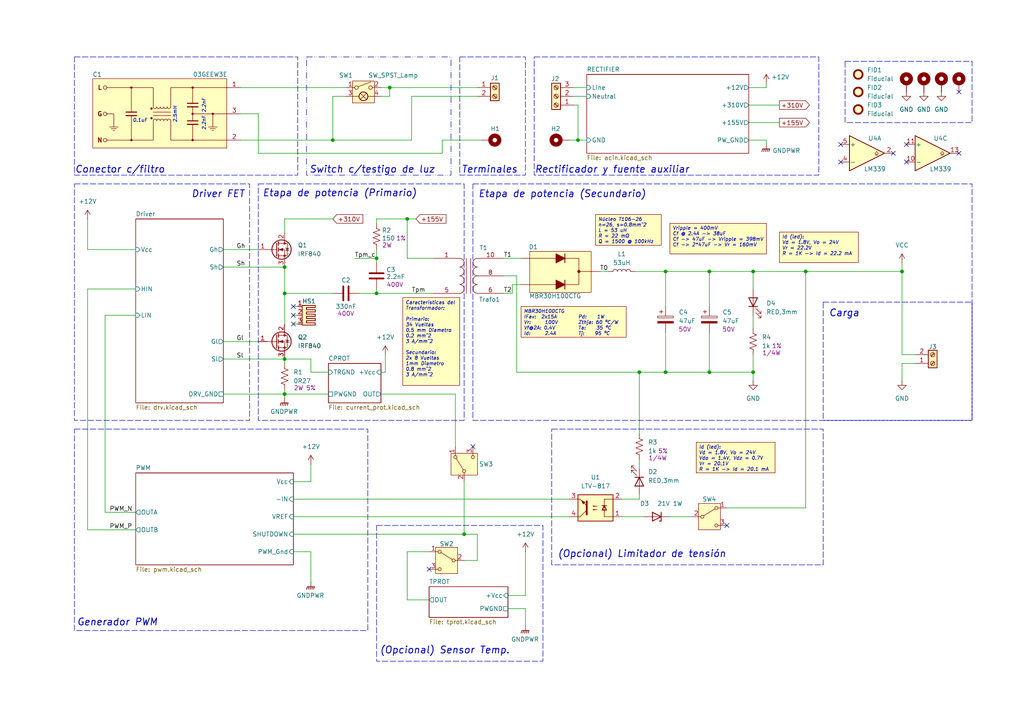
<source format=kicad_sch>
(kicad_sch (version 20231120) (generator "eeschema") (generator_version "8.0")
  (paper "A4")
  (title_block (title "Trabajo Práctico Nº4: Fuente Conmutada Aislada 50W") (date "2024-06-21") (rev "1.0") (company "Universidad Tecnológica Nacional - Facultad Regional Córdoba") (comment 1 "Electrónica de Potencia") (comment 2 "Grupo 3 / Curso 5R2") (comment 3 "Davalle, Lucas E. (Leg. 86189) - Sanchez Serantes, Juan I. (Leg. 86162)") (comment 4 "Philippeaux, Enrique W. (Leg. 86153) - Moreno, Maximiliano (Leg. 86837)"))
  (lib_symbols
    (symbol "Comparator:LM339" (pin_names (offset 0.127))
      (property "Reference" "U" (at 0 5.08 0))
      (property "Value" "LM339" (at 0 -5.08 0))
      (symbol "LM339_1_1"
        (pin open_collector line (at 7.62 0 180) (length 2.54) (name "~") (number "2"))
        (pin input line (at -7.62 -2.54 0) (length 2.54) (name "-") (number "4"))
        (pin input line (at -7.62 2.54 0) (length 2.54) (name "+") (number "5"))
      )
      (symbol "LM339_2_1"
        (pin open_collector line (at 7.62 0 180) (length 2.54) (name "~") (number "1"))
        (pin input line (at -7.62 -2.54 0) (length 2.54) (name "-") (number "6"))
        (pin input line (at -7.62 2.54 0) (length 2.54) (name "+") (number "7"))
      )
      (symbol "LM339_3_1"
        (pin input line (at -7.62 -2.54 0) (length 2.54) (name "-") (number "10"))
        (pin input line (at -7.62 2.54 0) (length 2.54) (name "+") (number "11"))
        (pin open_collector line (at 7.62 0 180) (length 2.54) (name "~") (number "13"))
      )
      (symbol "LM339_4_1"
        (pin open_collector line (at 7.62 0 180) (length 2.54) (name "~") (number "14"))
        (pin input line (at -7.62 -2.54 0) (length 2.54) (name "-") (number "8"))
        (pin input line (at -7.62 2.54 0) (length 2.54) (name "+") (number "9"))
      )
      (symbol "LM339_5_1"
        (pin power_in line (at -2.54 -7.62 90) (length 3.81) (name "V-") (number "12"))
        (pin power_in line (at -2.54 7.62 270) (length 3.81) (name "V+") (number "3"))
      )
    )
    (symbol "Connector:Screw_Terminal_01x02" (pin_names (offset 1.016) hide)
      (property "Reference" "J" (at 0 2.54 0))
      (property "Value" "Screw_Terminal_01x02" (at 0 -5.08 0))
      (symbol "Screw_Terminal_01x02_1_1"
        (pin passive line (at -5.08 0 0) (length 3.81) (name "Pin_1") (number "1"))
        (pin passive line (at -5.08 -2.54 0) (length 3.81) (name "Pin_2") (number "2"))
      )
    )
    (symbol "Connector:Screw_Terminal_01x03" (pin_names (offset 1.016) hide)
      (property "Reference" "J" (at 0 5.08 0))
      (property "Value" "Screw_Terminal_01x03" (at 0 -5.08 0))
      (symbol "Screw_Terminal_01x03_1_1"
        (pin passive line (at -5.08 2.54 0) (length 3.81) (name "Pin_1") (number "1"))
        (pin passive line (at -5.08 0 0) (length 3.81) (name "Pin_2") (number "2"))
        (pin passive line (at -5.08 -2.54 0) (length 3.81) (name "Pin_3") (number "3"))
      )
    )
    (symbol "Device:C" (pin_numbers hide) (pin_names (offset 0.254))
      (property "Reference" "C" (at 0.635 2.54 0))
      (property "Value" "C" (at 0.635 -2.54 0))
      (symbol "C_1_1"
        (pin passive line (at 0 3.81 270) (length 2.794) (name "~") (number "1"))
        (pin passive line (at 0 -3.81 90) (length 2.794) (name "~") (number "2"))
      )
    )
    (symbol "Device:C_Polarized" (pin_numbers hide) (pin_names (offset 0.254))
      (property "Reference" "C" (at 0.635 2.54 0))
      (property "Value" "C_Polarized" (at 0.635 -2.54 0))
      (symbol "C_Polarized_1_1"
        (pin passive line (at 0 3.81 270) (length 2.794) (name "~") (number "1"))
        (pin passive line (at 0 -3.81 90) (length 2.794) (name "~") (number "2"))
      )
    )
    (symbol "Device:D_Zener" (pin_numbers hide) (pin_names (offset 1.016) hide)
      (property "Reference" "D" (at 0 2.54 0))
      (property "Value" "D_Zener" (at 0 -2.54 0))
      (symbol "D_Zener_1_1"
        (pin passive line (at -3.81 0 0) (length 2.54) (name "K") (number "1"))
        (pin passive line (at 3.81 0 180) (length 2.54) (name "A") (number "2"))
      )
    )
    (symbol "Device:L" (pin_numbers hide) (pin_names (offset 1.016) hide)
      (property "Reference" "L" (at -1.27 0 90))
      (property "Value" "L" (at 1.905 0 90))
      (symbol "L_1_1"
        (pin passive line (at 0 3.81 270) (length 1.27) (name "1") (number "1"))
        (pin passive line (at 0 -3.81 90) (length 1.27) (name "2") (number "2"))
      )
    )
    (symbol "Device:LED" (pin_numbers hide) (pin_names (offset 1.016) hide)
      (property "Reference" "D" (at 0 2.54 0))
      (property "Value" "LED" (at 0 -2.54 0))
      (symbol "LED_1_1"
        (pin passive line (at -3.81 0 0) (length 2.54) (name "K") (number "1"))
        (pin passive line (at 3.81 0 180) (length 2.54) (name "A") (number "2"))
      )
    )
    (symbol "Device:R_US" (pin_numbers hide) (pin_names (offset 0))
      (property "Reference" "R" (at 2.54 0 90))
      (property "Value" "R_US" (at -2.54 0 90))
      (symbol "R_US_1_1"
        (pin passive line (at 0 3.81 270) (length 1.27) (name "~") (number "1"))
        (pin passive line (at 0 -3.81 90) (length 1.27) (name "~") (number "2"))
      )
    )
    (symbol "Isolator:LTV-817" (pin_names (offset 1.016))
      (property "Reference" "U" (at -5.08 5.08 0))
      (property "Value" "LTV-817" (at 0 5.08 0))
      (symbol "LTV-817_1_1"
        (pin passive line (at -7.62 2.54 0) (length 2.54) (name "~") (number "1"))
        (pin passive line (at -7.62 -2.54 0) (length 2.54) (name "~") (number "2"))
        (pin passive line (at 7.62 -2.54 180) (length 2.54) (name "~") (number "3"))
        (pin passive line (at 7.62 2.54 180) (length 2.54) (name "~") (number "4"))
      )
    )
    (symbol "Mechanical:Fiducial"
      (property "Reference" "FID" (at 0 5.08 0))
      (property "Value" "Fiducial" (at 0 3.175 0))
    )
    (symbol "Mechanical:Heatsink_Pad_3Pin" (pin_names (offset 0))
      (property "Reference" "HS" (at 0 5.715 0))
      (property "Value" "Heatsink_Pad_3Pin" (at 0 3.81 0))
      (symbol "Heatsink_Pad_3Pin_1_1"
        (pin passive line (at -2.54 -2.54 90) (length 1.27) (name "~") (number "1"))
        (pin passive line (at 0 -2.54 90) (length 1.27) (name "~") (number "2"))
        (pin passive line (at 2.54 -2.54 90) (length 1.27) (name "~") (number "3"))
      )
    )
    (symbol "Mechanical:MountingHole_Pad" (pin_numbers hide) (pin_names (offset 1.016) hide)
      (property "Reference" "H" (at 0 6.35 0))
      (property "Value" "MountingHole_Pad" (at 0 4.445 0))
      (symbol "MountingHole_Pad_1_1"
        (pin input line (at 0 -2.54 90) (length 2.54) (name "1") (number "1"))
      )
    )
    (symbol "Switch:SW_SPDT" (pin_names (offset 0) hide)
      (property "Reference" "SW" (at 0 5.08 0))
      (property "Value" "SW_SPDT" (at 0 -5.08 0))
      (symbol "SW_SPDT_1_1"
        (pin passive line (at 5.08 2.54 180) (length 2.54) (name "A") (number "1"))
        (pin passive line (at -5.08 0 0) (length 2.54) (name "B") (number "2"))
        (pin passive line (at 5.08 -2.54 180) (length 2.54) (name "C") (number "3"))
      )
    )
    (symbol "Switch:SW_SPST_Lamp" (pin_names (offset 1.016) hide)
      (property "Reference" "SW" (at 0 6.35 0))
      (property "Value" "SW_SPST_Lamp" (at 0 -3.81 0))
      (symbol "SW_SPST_Lamp_0_1"
        (pin passive line (at -5.08 2.54 0) (length 2.54) (name "1") (number "1"))
        (pin passive line (at 5.08 2.54 180) (length 2.54) (name "2") (number "2"))
        (pin passive line (at -5.08 0 0) (length 2.54) (name "L") (number "3"))
        (pin passive line (at 5.08 0 180) (length 2.54) (name "L") (number "4"))
      )
    )
    (symbol "Transistor_FET:IRF540N" (pin_names hide)
      (property "Reference" "Q" (at 5.08 1.905 0))
      (property "Value" "IRF540N" (at 5.08 0 0))
      (symbol "IRF540N_1_1"
        (pin input line (at -5.08 0 0) (length 2.54) (name "G") (number "1"))
        (pin passive line (at 2.54 5.08 270) (length 2.54) (name "D") (number "2"))
        (pin passive line (at 2.54 -5.08 90) (length 2.54) (name "S") (number "3"))
      )
    )
    (symbol "lib:03GEEW3E"
      (property "Reference" "C" (at -19.304 11.43 0))
      (property "Value" "03GEEW3E" (at 13.716 11.43 0))
      (symbol "03GEEW3E_1_1"
        (text "0.1uF" (at -6.35 -1.778 0) (effects (font (size 1 1) (italic yes))))
        (text "2.2nF" (at 12.192 -2.54 900) (effects (font (size 1 1) (italic yes))))
        (text "2.2nF" (at 12.192 2.54 900) (effects (font (size 1 1) (italic yes))))
        (text "2.5mH" (at 3.81 0 900) (effects (font (size 1 1) (italic yes))))
        (text "G" (at -18.034 0 0) (effects (font (size 1.27 1.27) (bold yes))))
        (text "L" (at -18.034 7.62 0) (effects (font (size 1.27 1.27) (bold yes))))
        (text "N" (at -18.034 -7.62 0) (effects (font (size 1.27 1.27) (bold yes))))
        (pin passive line (at 22.86 7.62 180) (length 3.81) (name "") (number "1"))
        (pin passive line (at 22.86 -7.62 180) (length 3.81) (name "") (number "2"))
        (pin passive line (at 22.86 0 180) (length 3.81) (name "") (number "3"))
      )
    )
    (symbol "lib:TrafoSW" (pin_names (offset 1.016) hide)
      (property "Reference" "T" (at 0 6.35 0))
      (property "Value" "TrafoSW" (at 0 -7.62 0))
      (symbol "TrafoSW_1_1"
        (pin passive line (at -10.16 5.08 0) (length 7.62) (name "AA") (number "1"))
        (pin passive line (at 10.16 5.08 180) (length 7.62) (name "SB") (number "10"))
        (pin passive line (at -10.16 -5.08 0) (length 7.62) (name "AB") (number "5"))
        (pin passive line (at 10.16 -5.08 180) (length 7.62) (name "SA") (number "6"))
        (pin passive line (at 10.16 0 180) (length 7.62) (name "SC") (number "8"))
      )
    )
    (symbol "lib:VS-MBR3045CT-M3" (pin_numbers hide) (pin_names (offset 1.016) hide)
      (property "Reference" "D" (at 0 7.366 0))
      (property "Value" "VS-MBR3045CT-M3" (at 0 -7.874 0))
      (symbol "VS-MBR3045CT-M3_1_1"
        (pin passive line (at -11.43 3.81 0) (length 2.54) (name "A1") (number "1"))
        (pin passive line (at 11.43 0 180) (length 2.54) (name "K") (number "2"))
        (pin passive line (at -11.43 -3.81 0) (length 2.54) (name "A2") (number "3"))
      )
    )
    (symbol "power:+12V" (power) (pin_numbers hide) (pin_names (offset 0) hide)
      (property "Value" "+12V" (at 0 3.556 0))
      (symbol "+12V_1_1"
        (pin power_in line (at 0 0 90) (length 0) (name "~") (number "1"))
      )
    )
    (symbol "power:GND" (power) (pin_numbers hide) (pin_names (offset 0) hide)
      (property "Value" "GND" (at 0 -3.81 0))
      (symbol "GND_1_1"
        (pin power_in line (at 0 0 270) (length 0) (name "~") (number "1"))
      )
    )
    (symbol "power:GNDPWR" (power) (pin_numbers hide) (pin_names (offset 0) hide)
      (property "Value" "GNDPWR" (at 0 -3.302 0))
      (symbol "GNDPWR_1_1"
        (pin power_in line (at 0 0 270) (length 0) (name "~") (number "1"))
      )
    )
    (symbol "power:VCC" (power) (pin_numbers hide) (pin_names (offset 0) hide)
      (property "Value" "VCC" (at 0 3.556 0))
      (symbol "VCC_1_1"
        (pin power_in line (at 0 0 90) (length 0) (name "~") (number "1"))
      )
    )
  )
  (junction (at 193.04 78.74))
  (junction (at 185.42 107.95))
  (junction (at 96.52 40.64))
  (junction (at 118.11 63.5))
  (junction (at 82.55 77.47))
  (junction (at 113.03 25.4))
  (junction (at 134.62 154.94))
  (junction (at 261.62 78.74))
  (junction (at 109.22 85.09))
  (junction (at 205.74 107.95))
  (junction (at 205.74 78.74))
  (junction (at 193.04 107.95))
  (junction (at 82.55 104.14))
  (junction (at 82.55 85.09))
  (junction (at 109.22 74.93))
  (junction (at 233.68 78.74))
  (junction (at 167.64 40.64))
  (junction (at 218.44 107.95))
  (junction (at 218.44 78.74))
  (junction (at 82.55 114.3))
  (no_connect (at 278.13 26.67))
  (no_connect (at 85.09 93.98))
  (no_connect (at 85.09 91.44))
  (no_connect (at 85.09 88.9))
  (no_connect (at 262.89 41.91))
  (no_connect (at 243.84 46.99))
  (no_connect (at 124.46 165.1))
  (no_connect (at 210.82 152.4))
  (no_connect (at 243.84 41.91))
  (no_connect (at 259.08 44.45))
  (no_connect (at 278.13 44.45))
  (no_connect (at 137.16 129.54))
  (no_connect (at 262.89 46.99))
  (wire (pts (xy 233.68 78.74) (xy 261.62 78.74)))
  (wire (pts (xy 100.33 27.94) (xy 96.52 27.94)))
  (wire (pts (xy 167.64 40.64) (xy 170.18 40.64)))
  (wire (pts (xy 173.99 78.74) (xy 176.53 78.74)))
  (wire (pts (xy 218.44 78.74) (xy 218.44 83.82)))
  (wire (pts (xy 152.4 176.53) (xy 147.32 176.53)))
  (wire (pts (xy 146.05 74.93) (xy 151.13 74.93)))
  (wire (pts (xy 64.77 104.14) (xy 82.55 104.14)))
  (wire (pts (xy 222.25 40.64) (xy 217.17 40.64)))
  (wire (pts (xy 109.22 83.82) (xy 109.22 85.09)))
  (wire (pts (xy 82.55 85.09) (xy 96.52 85.09)))
  (wire (pts (xy 96.52 27.94) (xy 96.52 40.64)))
  (wire (pts (xy 205.74 78.74) (xy 193.04 78.74)))
  (wire (pts (xy 149.86 107.95) (xy 185.42 107.95)))
  (wire (pts (xy 96.52 40.64) (xy 119.38 40.64)))
  (wire (pts (xy 64.77 72.39) (xy 74.93 72.39)))
  (wire (pts (xy 110.49 27.94) (xy 113.03 27.94)))
  (wire (pts (xy 210.82 147.32) (xy 233.68 147.32)))
  (wire (pts (xy 118.11 173.99) (xy 118.11 160.02)))
  (wire (pts (xy 85.09 149.86) (xy 165.1 149.86)))
  (wire (pts (xy 152.4 172.72) (xy 147.32 172.72)))
  (wire (pts (xy 104.14 85.09) (xy 109.22 85.09)))
  (wire (pts (xy 265.43 105.41) (xy 261.62 105.41)))
  (wire (pts (xy 138.43 162.56) (xy 134.62 162.56)))
  (wire (pts (xy 82.55 113.03) (xy 82.55 114.3)))
  (wire (pts (xy 90.17 134.62) (xy 90.17 139.7)))
  (wire (pts (xy 185.42 133.35) (xy 185.42 135.89)))
  (wire (pts (xy 111.76 102.87) (xy 111.76 107.95)))
  (wire (pts (xy 166.37 25.4) (xy 170.18 25.4)))
  (wire (pts (xy 185.42 143.51) (xy 185.42 144.78)))
  (wire (pts (xy 261.62 105.41) (xy 261.62 110.49)))
  (wire (pts (xy 185.42 107.95) (xy 185.42 125.73)))
  (wire (pts (xy 222.25 41.91) (xy 222.25 40.64)))
  (wire (pts (xy 205.74 78.74) (xy 205.74 88.9)))
  (wire (pts (xy 152.4 181.61) (xy 152.4 176.53)))
  (wire (pts (xy 82.55 77.47) (xy 82.55 85.09)))
  (wire (pts (xy 184.15 78.74) (xy 193.04 78.74)))
  (wire (pts (xy 113.03 25.4) (xy 138.43 25.4)))
  (wire (pts (xy 194.31 149.86) (xy 200.66 149.86)))
  (wire (pts (xy 90.17 107.95) (xy 90.17 104.14)))
  (wire (pts (xy 96.52 63.5) (xy 82.55 63.5)))
  (wire (pts (xy 261.62 76.2) (xy 261.62 78.74)))
  (wire (pts (xy 185.42 107.95) (xy 193.04 107.95)))
  (wire (pts (xy 149.86 107.95) (xy 149.86 80.01)))
  (wire (pts (xy 69.85 40.64) (xy 96.52 40.64)))
  (wire (pts (xy 134.62 139.7) (xy 134.62 154.94)))
  (wire (pts (xy 85.09 88.9) (xy 86.36 88.9)))
  (wire (pts (xy 82.55 114.3) (xy 82.55 115.57)))
  (wire (pts (xy 109.22 85.09) (xy 125.73 85.09)))
  (wire (pts (xy 109.22 72.39) (xy 109.22 74.93)))
  (wire (pts (xy 118.11 74.93) (xy 125.73 74.93)))
  (wire (pts (xy 25.4 63.5) (xy 25.4 72.39)))
  (wire (pts (xy 180.34 149.86) (xy 186.69 149.86)))
  (wire (pts (xy 205.74 107.95) (xy 193.04 107.95)))
  (wire (pts (xy 128.27 40.64) (xy 139.7 40.64)))
  (wire (pts (xy 128.27 44.45) (xy 128.27 40.64)))
  (wire (pts (xy 74.93 33.02) (xy 69.85 33.02)))
  (wire (pts (xy 30.48 148.59) (xy 39.37 148.59)))
  (wire (pts (xy 82.55 104.14) (xy 82.55 105.41)))
  (wire (pts (xy 138.43 154.94) (xy 138.43 162.56)))
  (wire (pts (xy 110.49 107.95) (xy 111.76 107.95)))
  (wire (pts (xy 25.4 153.67) (xy 39.37 153.67)))
  (wire (pts (xy 25.4 83.82) (xy 39.37 83.82)))
  (wire (pts (xy 146.05 85.09) (xy 148.59 85.09)))
  (wire (pts (xy 30.48 148.59) (xy 30.48 91.44)))
  (wire (pts (xy 64.77 99.06) (xy 74.93 99.06)))
  (wire (pts (xy 152.4 160.02) (xy 152.4 172.72)))
  (wire (pts (xy 134.62 154.94) (xy 138.43 154.94)))
  (wire (pts (xy 90.17 139.7) (xy 85.09 139.7)))
  (wire (pts (xy 218.44 107.95) (xy 205.74 107.95)))
  (wire (pts (xy 74.93 33.02) (xy 74.93 44.45)))
  (wire (pts (xy 109.22 74.93) (xy 109.22 76.2)))
  (wire (pts (xy 205.74 96.52) (xy 205.74 107.95)))
  (wire (pts (xy 218.44 107.95) (xy 218.44 110.49)))
  (wire (pts (xy 64.77 77.47) (xy 82.55 77.47)))
  (wire (pts (xy 74.93 44.45) (xy 128.27 44.45)))
  (wire (pts (xy 261.62 78.74) (xy 261.62 102.87)))
  (wire (pts (xy 148.59 85.09) (xy 148.59 82.55)))
  (wire (pts (xy 82.55 85.09) (xy 82.55 93.98)))
  (wire (pts (xy 90.17 160.02) (xy 85.09 160.02)))
  (wire (pts (xy 85.09 91.44) (xy 86.36 91.44)))
  (wire (pts (xy 82.55 63.5) (xy 82.55 67.31)))
  (wire (pts (xy 90.17 107.95) (xy 95.25 107.95)))
  (wire (pts (xy 109.22 63.5) (xy 109.22 64.77)))
  (wire (pts (xy 113.03 27.94) (xy 113.03 25.4)))
  (wire (pts (xy 110.49 114.3) (xy 132.08 114.3)))
  (wire (pts (xy 25.4 153.67) (xy 25.4 83.82)))
  (wire (pts (xy 217.17 25.4) (xy 222.25 25.4)))
  (wire (pts (xy 118.11 74.93) (xy 118.11 63.5)))
  (wire (pts (xy 265.43 102.87) (xy 261.62 102.87)))
  (wire (pts (xy 218.44 78.74) (xy 233.68 78.74)))
  (wire (pts (xy 166.37 27.94) (xy 170.18 27.94)))
  (wire (pts (xy 69.85 25.4) (xy 100.33 25.4)))
  (wire (pts (xy 218.44 102.87) (xy 218.44 107.95)))
  (wire (pts (xy 85.09 154.94) (xy 134.62 154.94)))
  (wire (pts (xy 119.38 27.94) (xy 138.43 27.94)))
  (wire (pts (xy 119.38 40.64) (xy 119.38 27.94)))
  (wire (pts (xy 132.08 114.3) (xy 132.08 129.54)))
  (wire (pts (xy 118.11 63.5) (xy 120.65 63.5)))
  (wire (pts (xy 148.59 82.55) (xy 151.13 82.55)))
  (wire (pts (xy 85.09 144.78) (xy 165.1 144.78)))
  (wire (pts (xy 233.68 78.74) (xy 233.68 147.32)))
  (wire (pts (xy 82.55 114.3) (xy 95.25 114.3)))
  (wire (pts (xy 118.11 160.02) (xy 124.46 160.02)))
  (wire (pts (xy 30.48 91.44) (xy 39.37 91.44)))
  (wire (pts (xy 64.77 114.3) (xy 82.55 114.3)))
  (wire (pts (xy 217.17 35.56) (xy 226.06 35.56)))
  (wire (pts (xy 124.46 173.99) (xy 118.11 173.99)))
  (wire (pts (xy 90.17 168.91) (xy 90.17 160.02)))
  (wire (pts (xy 118.11 63.5) (xy 109.22 63.5)))
  (wire (pts (xy 167.64 30.48) (xy 167.64 40.64)))
  (wire (pts (xy 205.74 78.74) (xy 218.44 78.74)))
  (wire (pts (xy 193.04 96.52) (xy 193.04 107.95)))
  (wire (pts (xy 110.49 25.4) (xy 113.03 25.4)))
  (wire (pts (xy 85.09 93.98) (xy 86.36 93.98)))
  (wire (pts (xy 102.87 74.93) (xy 109.22 74.93)))
  (wire (pts (xy 222.25 25.4) (xy 222.25 24.13)))
  (wire (pts (xy 82.55 104.14) (xy 90.17 104.14)))
  (wire (pts (xy 25.4 72.39) (xy 39.37 72.39)))
  (wire (pts (xy 217.17 30.48) (xy 226.06 30.48)))
  (wire (pts (xy 166.37 30.48) (xy 167.64 30.48)))
  (wire (pts (xy 193.04 88.9) (xy 193.04 78.74)))
  (wire (pts (xy 218.44 91.44) (xy 218.44 95.25)))
  (wire (pts (xy 165.1 40.64) (xy 167.64 40.64)))
  (wire (pts (xy 149.86 80.01) (xy 146.05 80.01)))
  (wire (pts (xy 185.42 144.78) (xy 180.34 144.78)))
  (rectangle (start 21.59 16.51) (end 86.36 50.8) (stroke (width 0) (type dash)))
  (rectangle (start 245.11 17.78) (end 281.94 35.56) (stroke (width 0) (type dash)))
  (rectangle (start 238.76 87.63) (end 281.94 121.92) (stroke (width 0) (type dash)))
  (rectangle (start 160.02 124.46) (end 238.76 163.83) (stroke (width 0) (type dash)))
  (rectangle (start 137.16 53.34) (end 281.94 121.92) (stroke (width 0) (type dash)))
  (rectangle (start 21.59 124.46) (end 106.68 182.88) (stroke (width 0) (type dash)))
  (rectangle (start 74.93 53.34) (end 134.62 121.92) (stroke (width 0) (type dash)))
  (rectangle (start 21.59 53.34) (end 72.39 121.92) (stroke (width 0) (type dash)))
  (rectangle (start 109.22 152.4) (end 157.48 191.77) (stroke (width 0) (type dash)))
  (rectangle (start 154.94 16.51) (end 237.49 50.8) (stroke (width 0) (type dash)))
  (rectangle (start 133.35 16.51) (end 152.4 50.8) (stroke (width 0) (type dash)))
  (rectangle (start 88.9 16.51) (end 130.81 50.8) (stroke (width 0) (type dash_dot_dot)))
  (text_box "Características del\nTransformador:\n\nPrimario:\n34 Vueltas\n0.5 mm Diametro\n0.2 mm^2\n3 A/mm^2\n\nSecundario:\n2x 8 Vueltas\n1mm Diametro\n0.8 mm^2\n3 A/mm^2" (at 116.84 86.36 0) (size 16.51 25.4) (stroke (width 0) (color 132 0 0 1)) (fill (type color) (color 255 255 194 1)) (effects (font (size 1 1) (italic yes)) (justify left top)))
  (text_box "Núcleo T106-26\nn=26, s=0.8mm^2\nL = 53 uH\nR = 22 mΩ\nQ = 1500 @ 100kHz" (at 172.72 62.23 0) (size 19.05 8.89) (stroke (width 0) (color 132 0 0 1)) (fill (type color) (color 255 255 194 1)) (effects (font (size 1 1) (italic yes)) (justify left top)))
  (text_box "MBR30H100CTG\nIFav:  2x15A	Pd:    1W\nVr:	   100V 	Zthja: 60 ºC/W\nVf@2A: 0.4V		Ta:    35 ºC\nId:	   2.4A 	Tj:    95 ºC\n" (at 151.13 88.9 0) (size 30.48 8.89) (stroke (width 0) (color 132 0 0 1)) (fill (type color) (color 255 255 194 1)) (effects (font (size 1 1) (italic yes)) (justify left top)))
  (text_box "Vripple = 400mV\nCf @ 2.4A -> 38uF\nCf -> 47uF -> Vripple = 398mV\nCf -> 2*47uF -> Vr = 160mV" (at 194.31 64.77 0) (size 27.94 8.89) (stroke (width 0) (color 132 0 0 1)) (fill (type color) (color 255 255 194 1)) (effects (font (size 1 1) (italic yes)) (justify left top)))
  (text_box "Id (led):\nVd = 1.8V, Vo = 24V\nVr = 22.2V\nR = 1K -> Id = 22.2 mA" (at 226.06 67.31 0) (size 22.86 8.89) (stroke (width 0) (color 132 0 0 1)) (fill (type color) (color 255 255 194 1)) (effects (font (size 1 1) (italic yes)) (justify left top)))
  (text_box "Id (led):\nVd = 1.8V, Vo = 24V\nVdo = 1.4V, Vdz = 0.7V \nVr = 20.1V\nR = 1K -> Id = 20.1 mA" (at 201.93 128.27 0) (size 22.86 8.89) (stroke (width 0) (color 132 0 0 1)) (fill (type color) (color 255 255 194 1)) (effects (font (size 1 1) (italic yes)) (justify left top)))
  (text "Etapa de potencia (Primario)" (at 98.552 56.134 0) (effects (font (size 2 2) (thickness 0.254) (bold yes) (italic yes))))
  (text "Driver FET" (at 63.246 56.388 0) (effects (font (size 2 2) (thickness 0.254) (bold yes) (italic yes))))
  (text "(Opcional) Sensor Temp." (at 129.032 188.722 0) (effects (font (size 2 2) (thickness 0.254) (bold yes) (italic yes))))
  (text "Rectificador y fuente auxiliar" (at 177.546 49.276 0) (effects (font (size 2 2) (thickness 0.254) (bold yes) (italic yes))))
  (text "(Opcional) Limitador de tensión" (at 186.182 160.782 0) (effects (font (size 2 2) (thickness 0.254) (bold yes) (italic yes))))
  (text "Generador PWM" (at 34.036 180.594 0) (effects (font (size 2 2) (thickness 0.254) (bold yes) (italic yes))))
  (text "Carga" (at 244.856 90.932 0) (effects (font (size 2 2) (thickness 0.254) (bold yes) (italic yes))))
  (text "Terminales" (at 141.986 49.276 0) (effects (font (size 2 2) (thickness 0.254) (bold yes) (italic yes))))
  (text "Switch c/testigo de luz" (at 107.95 49.276 0) (effects (font (size 2 2) (thickness 0.254) (bold yes) (italic yes))))
  (text "Etapa de potencia (Secundario)" (at 163.068 56.388 0) (effects (font (size 2 2) (thickness 0.254) (bold yes) (italic yes))))
  (text "Conector c/filtro" (at 34.798 49.276 0) (effects (font (size 2 2) (thickness 0.254) (bold yes) (italic yes))))
  (label "PWM_P" (at 31.75 153.67 0))
  (label "Tpm" (at 119.38 85.09 0))
  (label "Gl" (at 68.58 99.06 0))
  (label "Tpm_c" (at 102.87 74.93 0))
  (label "T2" (at 146.05 85.09 0))
  (label "Gh" (at 68.58 72.39 0))
  (label "T0" (at 173.99 78.74 0))
  (label "T1" (at 146.05 74.93 0))
  (label "Sl" (at 68.58 104.14 0))
  (label "PWM_N" (at 31.75 148.59 0))
  (label "Sh" (at 68.58 77.47 0))
  (global_label "+310V" (shape input) (at 96.52 63.5 0) (property "Intersheetrefs" "${INTERSHEET_REFS}" (effects (hide yes))))
  (global_label "+155V" (shape input) (at 120.65 63.5 0) (property "Intersheetrefs" "${INTERSHEET_REFS}" (effects (hide yes))))
  (global_label "+155V" (shape output) (at 226.06 35.56 0) (property "Intersheetrefs" "${INTERSHEET_REFS}" (effects (hide yes))))
  (global_label "+310V" (shape output) (at 226.06 30.48 0) (property "Intersheetrefs" "${INTERSHEET_REFS}" (effects (hide yes))))
  (symbol (lib_id "Switch:SW_SPDT") (at 134.62 134.62 90) (unit 1)
    (property "Reference" "SW3" (at 138.938 134.62 90) (effects (justify right)))
    (property "Footprint" "Button_Switch_THT:SW_Slide_SPDT_Straight_CK_OS102011MS2Q" (effects (hide yes)))
    (property "Datasheet" "./docs/OS102011MS2QS1.pdf" (effects (hide yes)))
    (property "Description" "OS102011MS2QS1" (effects (hide yes)))
  )
  (symbol (lib_id "power:GNDPWR") (at 82.55 115.57 0) (unit 1)
    (property "Reference" "#PWR02" (effects (hide yes)))
    (property "Value" "GNDPWR" (at 82.423 119.38 0))
    (property "Description" "Power symbol creates a global label with name \"GNDPWR\" , global ground" (effects (hide yes)))
  )
  (symbol (lib_id "Switch:SW_SPDT") (at 205.74 149.86 0) (unit 1)
    (property "Reference" "SW4" (at 205.74 144.78 0))
    (property "Value" "SW_SPDT" (effects (hide yes)))
    (property "Footprint" "Button_Switch_THT:SW_Slide_SPDT_Straight_CK_OS102011MS2Q" (effects (hide yes)))
    (property "Datasheet" "./docs/OS102011MS2QS1.pdf" (effects (hide yes)))
    (property "Description" "OS102011MS2QS1" (effects (hide yes)))
  )
  (symbol (lib_id "power:VCC") (at 261.62 76.2 0) (unit 1)
    (property "Reference" "#PWR011" (effects (hide yes)))
    (property "Value" "VCC" (at 261.62 71.12 0))
    (property "Description" "Power symbol creates a global label with name \"VCC\"" (effects (hide yes)))
  )
  (symbol (lib_id "Device:D_Zener") (at 190.5 149.86 180) (unit 1)
    (property "Reference" "D3" (at 186.944 146.05 0))
    (property "Value" "21V 1W" (at 194.31 146.05 0))
    (property "Footprint" "Diode_THT:D_DO-41_SOD81_P10.16mm_Horizontal" (effects (hide yes)))
    (property "Description" "Zener diode" (effects (hide yes)))
  )
  (symbol (lib_id "Comparator:LM339") (at 270.51 44.45 0) (unit 3)
    (property "Reference" "U4" (at 272.796 40.132 0))
    (property "Value" "LM339" (at 272.796 49.022 0))
    (property "Footprint" "Package_DIP:DIP-14_W7.62mm_Socket_LongPads" (effects (hide yes)))
    (property "Datasheet" "https://www.st.com/resource/en/datasheet/lm139.pdf" (effects (hide yes)))
    (property "Description" "Quad Differential Comparators, SOIC-14/TSSOP-14" (effects (hide yes)))
  )
  (symbol (lib_id "Mechanical:MountingHole_Pad") (at 267.97 24.13 0) (unit 1) (exclude_from_sim yes) (in_bom no)
    (property "Reference" "H4" (effects (hide yes)))
    (property "Value" "MountingHole_Pad" (effects (hide yes)))
    (property "Footprint" "MountingHole:MountingHole_3.2mm_M3_Pad" (effects (hide yes)))
  )
  (symbol (lib_id "Transistor_FET:IRF540N") (at 80.01 72.39 0) (unit 1)
    (property "Reference" "Q1" (at 86.36 71.1199 0) (effects (justify left)))
    (property "Value" "IRF840" (at 86.36 73.6599 0) (effects (justify left)))
    (property "Footprint" "Library:TO-220-3_Vertical-altaso" (effects (hide yes)))
    (property "Datasheet" "./docs/IRF840.pdf" (effects (hide yes)))
    (property "Description" "8A Id, 500V Vds, HEXFET N-Channel MOSFET, TO-220" (effects (hide yes)))
  )
  (symbol (lib_id "power:+12V") (at 90.17 134.62 0) (unit 1)
    (property "Reference" "#PWR03" (effects (hide yes)))
    (property "Value" "+12V" (at 90.17 129.54 0))
    (property "Description" "Power symbol creates a global label with name \"+12V\"" (effects (hide yes)))
  )
  (symbol (lib_id "Comparator:LM339") (at 251.46 44.45 0) (unit 1)
    (property "Reference" "U4" (at 253.746 40.132 0))
    (property "Value" "LM339" (at 253.746 49.022 0))
    (property "Footprint" "Package_DIP:DIP-14_W7.62mm_Socket_LongPads" (effects (hide yes)))
    (property "Datasheet" "https://www.st.com/resource/en/datasheet/lm139.pdf" (effects (hide yes)))
    (property "Description" "Quad Differential Comparators, SOIC-14/TSSOP-14" (effects (hide yes)))
  )
  (symbol (lib_id "Switch:SW_SPST_Lamp") (at 105.41 27.94 0) (unit 1) (on_board no)
    (property "Reference" "SW1" (at 100.33 21.844 0))
    (property "Value" "SW_SPST_Lamp" (at 114.046 21.844 0))
    (property "Description" "Single Pole Single Throw (SPST) switch with signal lamp, generic" (effects (hide yes)))
  )
  (symbol (lib_id "lib:TrafoSW") (at 135.89 80.01 0) (unit 1)
    (property "Reference" "T1" (at 140.208 71.882 0))
    (property "Value" "Trafo1" (at 141.986 86.868 0))
    (property "Footprint" "Library:Transformer" (effects (hide yes)))
    (property "Description" "Transformer, single primary, split secondary" (effects (hide yes)))
  )
  (symbol (lib_id "Mechanical:Heatsink_Pad_3Pin") (at 88.9 91.44 270) (unit 1)
    (property "Reference" "HS1" (at 87.63 87.376 90) (effects (justify left)))
    (property "Value" "Heatsink_Pad_3Pin" (effects (hide yes)))
    (property "Footprint" "Library:Heatsink0001" (effects (hide yes)))
    (property "Description" "Heatsink with electrical connection, 3 pin" (effects (hide yes)))
  )
  (symbol (lib_id "lib:VS-MBR3045CT-M3") (at 162.56 78.74 0) (mirror x) (unit 1)
    (property "Reference" "D1" (at 154.686 71.628 0))
    (property "Value" "MBR30H100CTG" (at 161.036 85.852 0))
    (property "Footprint" "Package_TO_SOT_THT:TO-220F-3_Horizontal_TabDown" (effects (hide yes)))
    (property "Datasheet" "./docs/MBR30H100CT-D.PDF" (effects (hide yes)))
    (property "Description" "Diode" (effects (hide yes)))
  )
  (symbol (lib_id "Mechanical:MountingHole_Pad") (at 142.24 40.64 270) (unit 1) (exclude_from_sim yes) (in_bom no) (on_board no)
    (property "Reference" "H1" (at 142.24 37.338 90) (effects (justify left)))
    (property "Value" "MountingHole_Pad" (effects (hide yes)))
    (property "Footprint" "MountingHole:MountingHole_4.3mm_M4_Pad_TopBottom" (effects (hide yes)))
    (property "Description" "Mounting Hole with connection" (effects (hide yes)))
  )
  (symbol (lib_id "Device:LED") (at 185.42 139.7 270) (unit 1)
    (property "Reference" "D2" (at 187.96 136.8424 90) (effects (justify left)))
    (property "Value" "RED,3mm" (at 187.96 139.3824 90) (effects (justify left)))
    (property "Footprint" "LED_THT:LED_D3.0mm" (effects (hide yes)))
    (property "Description" "Light emitting diode" (effects (hide yes)))
  )
  (symbol (lib_id "Device:R_US") (at 82.55 109.22 0) (unit 1)
    (property "Reference" "R1" (at 85.09 107.9499 0) (effects (justify left)))
    (property "Value" "0R27" (at 85.09 110.4899 0) (effects (justify left)))
    (property "Footprint" "Resistor_THT:R_Axial_DIN0414_L11.9mm_D4.5mm_P20.32mm_Horizontal" (effects (hide yes)))
    (property "Description" "Resistor, US symbol" (effects (hide yes)))
    (property "Power" "2W" (at 86.614 112.522 0))
    (property "Precision" "5%" (at 90.17 112.522 0))
  )
  (symbol (lib_id "Switch:SW_SPDT") (at 129.54 162.56 0) (mirror y) (unit 1)
    (property "Reference" "SW2" (at 129.54 157.734 0))
    (property "Value" "SW_SPDT" (effects (hide yes)))
    (property "Footprint" "Button_Switch_THT:SW_Slide_SPDT_Straight_CK_OS102011MS2Q" (effects (hide yes)))
    (property "Datasheet" "./docs/OS102011MS2QS1.pdf" (effects (hide yes)))
    (property "Description" "OS102011MS2QS1" (effects (hide yes)))
  )
  (symbol (lib_id "Mechanical:Fiducial") (at 248.92 31.75 0) (unit 1)
    (property "Reference" "FID3" (at 251.46 30.4799 0) (effects (justify left)))
    (property "Value" "Fiducial" (at 251.46 33.0199 0) (effects (justify left)))
    (property "Footprint" "Fiducial:Fiducial_1.5mm_Mask3mm" (effects (hide yes)))
    (property "Description" "Fiducial Marker" (effects (hide yes)))
  )
  (symbol (lib_id "Connector:Screw_Terminal_01x02") (at 143.51 25.4 0) (unit 1) (exclude_from_sim yes) (in_bom no) (on_board no)
    (property "Reference" "J1" (at 143.51 22.606 0))
    (property "Value" "Screw_Terminal_01x02" (effects (hide yes)))
    (property "Footprint" "TerminalBlock:TerminalBlock_bornier-2_P5.08mm" (effects (hide yes)))
    (property "Description" "Generic screw terminal, single row, 01x02, script generated (kicad-library-utils/schlib/autogen/connector/)" (effects (hide yes)))
  )
  (symbol (lib_id "Device:R_US") (at 185.42 129.54 180) (unit 1)
    (property "Reference" "R3" (at 187.96 128.2699 0) (effects (justify right)))
    (property "Value" "1k" (at 187.96 130.8099 0) (effects (justify right)))
    (property "Footprint" "Resistor_THT:R_Axial_DIN0207_L6.3mm_D2.5mm_P2.54mm_Vertical" (effects (hide yes)))
    (property "Description" "Resistor, US symbol" (effects (hide yes)))
    (property "Power" "1/4W" (at 190.754 132.842 0))
    (property "Precision" "5%" (at 192.278 130.81 0))
  )
  (symbol (lib_id "Mechanical:MountingHole_Pad") (at 262.89 24.13 0) (unit 1) (exclude_from_sim yes) (in_bom no)
    (property "Reference" "H3" (effects (hide yes)))
    (property "Value" "MountingHole_Pad" (effects (hide yes)))
    (property "Footprint" "MountingHole:MountingHole_3.2mm_M3_Pad" (effects (hide yes)))
  )
  (symbol (lib_id "power:GND") (at 267.97 26.67 0) (unit 1)
    (property "Reference" "#PWR014" (effects (hide yes)))
    (property "Value" "GND" (at 267.97 31.75 0))
  )
  (symbol (lib_id "power:GNDPWR") (at 90.17 168.91 0) (unit 1)
    (property "Reference" "#PWR04" (effects (hide yes)))
    (property "Value" "GNDPWR" (at 90.043 172.72 0))
    (property "Description" "Power symbol creates a global label with name \"GNDPWR\" , global ground" (effects (hide yes)))
  )
  (symbol (lib_id "Device:C_Polarized") (at 205.74 92.71 0) (unit 1)
    (property "Reference" "C5" (at 209.55 90.5509 0) (effects (justify left)))
    (property "Value" "47uF" (at 209.55 93.0909 0) (effects (justify left)))
    (property "Footprint" "Capacitor_THT:CP_Radial_D6.3mm_P2.50mm" (effects (hide yes)))
    (property "Description" "Polarized capacitor" (effects (hide yes)))
    (property "Voltage" "50V" (at 211.328 95.504 0))
  )
  (symbol (lib_id "Device:C") (at 100.33 85.09 90) (unit 1)
    (property "Reference" "C2" (at 100.33 81.28 90))
    (property "Value" "330nF" (at 100.33 88.9 90))
    (property "Footprint" "Capacitor_THT:C_Rect_L16.5mm_W6.0mm_P15.00mm_MKT" (effects (hide yes)))
    (property "Description" "Unpolarized capacitor" (effects (hide yes)))
    (property "Voltage" "400V" (at 100.33 90.932 90))
  )
  (symbol (lib_id "Device:R_US") (at 109.22 68.58 180) (unit 1)
    (property "Reference" "R2" (at 110.744 66.802 0) (effects (justify right)))
    (property "Value" "150" (at 110.744 69.088 0) (effects (justify right)))
    (property "Footprint" "Resistor_THT:R_Axial_DIN0309_L9.0mm_D3.2mm_P12.70mm_Horizontal" (effects (hide yes)))
    (property "Description" "Resistor, US symbol" (effects (hide yes)))
    (property "Power" "2W" (at 112.268 71.12 0))
    (property "Precision" "1%" (at 116.332 69.088 0))
  )
  (symbol (lib_id "power:GNDPWR") (at 152.4 181.61 0) (unit 1)
    (property "Reference" "#PWR07" (effects (hide yes)))
    (property "Value" "GNDPWR" (at 152.273 185.42 0))
    (property "Description" "Power symbol creates a global label with name \"GNDPWR\" , global ground" (effects (hide yes)))
  )
  (symbol (lib_id "Isolator:LTV-817") (at 172.72 147.32 180) (unit 1)
    (property "Reference" "U1" (at 172.72 138.43 0))
    (property "Value" "LTV-817" (at 172.72 140.97 0))
    (property "Footprint" "Package_DIP:DIP-4_W7.62mm" (effects (hide yes)))
    (property "Datasheet" "./docs/LTV-8X7_series_201610_-1544776.pdf" (effects (hide yes)))
    (property "Description" "DC Optocoupler, Vce 35V, CTR 50%, DIP-4" (effects (hide yes)))
  )
  (symbol (lib_id "Device:C_Polarized") (at 193.04 92.71 0) (unit 1)
    (property "Reference" "C4" (at 196.85 90.5509 0) (effects (justify left)))
    (property "Value" "47uF" (at 196.85 93.0909 0) (effects (justify left)))
    (property "Footprint" "Capacitor_THT:CP_Radial_D6.3mm_P2.50mm" (effects (hide yes)))
    (property "Description" "Polarized capacitor" (effects (hide yes)))
    (property "Voltage" "50V" (at 198.628 95.504 0))
  )
  (symbol (lib_id "Mechanical:MountingHole_Pad") (at 273.05 24.13 0) (unit 1) (exclude_from_sim yes) (in_bom no)
    (property "Reference" "H5" (effects (hide yes)))
    (property "Value" "MountingHole_Pad" (effects (hide yes)))
    (property "Footprint" "MountingHole:MountingHole_3.2mm_M3_Pad" (effects (hide yes)))
  )
  (symbol (lib_id "Mechanical:Fiducial") (at 248.92 26.67 0) (unit 1)
    (property "Reference" "FID2" (at 251.46 25.3999 0) (effects (justify left)))
    (property "Value" "Fiducial" (at 251.46 27.9399 0) (effects (justify left)))
    (property "Footprint" "Fiducial:Fiducial_1.5mm_Mask3mm" (effects (hide yes)))
    (property "Description" "Fiducial Marker" (effects (hide yes)))
  )
  (symbol (lib_id "power:+12V") (at 111.76 102.87 0) (unit 1)
    (property "Reference" "#PWR05" (effects (hide yes)))
    (property "Value" "+12V" (at 111.76 97.79 0))
    (property "Description" "Power symbol creates a global label with name \"+12V\"" (effects (hide yes)))
  )
  (symbol (lib_id "power:GND") (at 273.05 26.67 0) (unit 1)
    (property "Reference" "#PWR015" (effects (hide yes)))
    (property "Value" "GND" (at 273.05 31.75 0))
  )
  (symbol (lib_id "power:+12V") (at 25.4 63.5 0) (unit 1)
    (property "Reference" "#PWR01" (effects (hide yes)))
    (property "Value" "+12V" (at 25.4 58.42 0))
    (property "Description" "Power symbol creates a global label with name \"+12V\"" (effects (hide yes)))
  )
  (symbol (lib_id "Mechanical:MountingHole_Pad") (at 278.13 24.13 0) (unit 1) (exclude_from_sim yes) (in_bom no)
    (property "Reference" "H6" (effects (hide yes)))
    (property "Value" "MountingHole_Pad" (effects (hide yes)))
    (property "Footprint" "MountingHole:MountingHole_3.2mm_M3_Pad" (effects (hide yes)))
  )
  (symbol (lib_id "power:+12V") (at 152.4 160.02 0) (unit 1)
    (property "Reference" "#PWR06" (effects (hide yes)))
    (property "Value" "+12V" (at 152.4 154.94 0))
    (property "Description" "Power symbol creates a global label with name \"+12V\"" (effects (hide yes)))
  )
  (symbol (lib_id "power:GND") (at 262.89 26.67 0) (unit 1)
    (property "Reference" "#PWR013" (effects (hide yes)))
    (property "Value" "GND" (at 262.89 31.75 0))
  )
  (symbol (lib_id "Device:L") (at 180.34 78.74 90) (unit 1)
    (property "Reference" "L1" (at 180.34 73.66 90))
    (property "Value" "53uH" (at 180.34 76.2 90))
    (property "Footprint" "Library:Choke" (effects (hide yes)))
    (property "Description" "Inductor" (effects (hide yes)))
  )
  (symbol (lib_id "Mechanical:MountingHole_Pad") (at 162.56 40.64 90) (mirror x) (unit 1) (exclude_from_sim yes) (in_bom no) (on_board no)
    (property "Reference" "H2" (at 162.56 37.338 90) (effects (justify left)))
    (property "Value" "MountingHole_Pad" (effects (hide yes)))
    (property "Footprint" "MountingHole:MountingHole_4.3mm_M4_Pad_TopBottom" (effects (hide yes)))
    (property "Description" "Mounting Hole with connection" (effects (hide yes)))
  )
  (symbol (lib_id "Device:R_US") (at 218.44 99.06 180) (unit 1)
    (property "Reference" "R4" (at 220.98 97.7899 0) (effects (justify right)))
    (property "Value" "1k" (at 220.98 100.3299 0) (effects (justify right)))
    (property "Footprint" "Resistor_THT:R_Axial_DIN0207_L6.3mm_D2.5mm_P7.62mm_Horizontal" (effects (hide yes)))
    (property "Description" "Resistor, US symbol" (effects (hide yes)))
    (property "Power" "1/4W" (at 223.774 102.362 0))
    (property "Precision" "1%" (at 225.298 100.33 0))
  )
  (symbol (lib_id "Device:C") (at 109.22 80.01 0) (unit 1)
    (property "Reference" "C3" (at 112.014 78.232 0) (effects (justify left)))
    (property "Value" "2.2nF" (at 112.014 80.264 0) (effects (justify left)))
    (property "Footprint" "Capacitor_THT:C_Rect_L7.0mm_W2.5mm_P5.00mm" (effects (hide yes)))
    (property "Description" "Unpolarized capacitor" (effects (hide yes)))
    (property "Voltage" "400V" (at 114.554 82.55 0))
  )
  (symbol (lib_id "power:GND") (at 218.44 110.49 0) (unit 1)
    (property "Reference" "#PWR08" (effects (hide yes)))
    (property "Value" "GND" (at 218.44 115.57 0))
    (property "Description" "Power symbol creates a global label with name \"GND\" , ground" (effects (hide yes)))
  )
  (symbol (lib_id "Mechanical:Fiducial") (at 248.92 21.59 0) (unit 1)
    (property "Reference" "FID1" (at 251.46 20.3199 0) (effects (justify left)))
    (property "Value" "Fiducial" (at 251.46 22.8599 0) (effects (justify left)))
    (property "Footprint" "Fiducial:Fiducial_1.5mm_Mask3mm" (effects (hide yes)))
    (property "Description" "Fiducial Marker" (effects (hide yes)))
  )
  (symbol (lib_id "Connector:Screw_Terminal_01x02") (at 270.51 105.41 0) (mirror x) (unit 1)
    (property "Reference" "J3" (at 270.51 100.584 0))
    (property "Value" "Screw_Terminal_01x02" (effects (hide yes)))
    (property "Footprint" "Library:TerminalBlock-Pluggable-2_P5.08mm" (effects (hide yes)))
    (property "Description" "Generic screw terminal, single row, 01x02, script generated (kicad-library-utils/schlib/autogen/connector/)" (effects (hide yes)))
  )
  (symbol (lib_id "Transistor_FET:IRF540N") (at 80.01 99.06 0) (unit 1)
    (property "Reference" "Q2" (at 86.36 97.7899 0) (effects (justify left)))
    (property "Value" "IRF840" (at 86.36 100.3299 0) (effects (justify left)))
    (property "Footprint" "Library:TO-220-3_Vertical-altaso" (effects (hide yes)))
    (property "Datasheet" "./docs/IRF840.pdf" (effects (hide yes)))
    (property "Description" "8A Id, 500V Vds, HEXFET N-Channel MOSFET, TO-220" (effects (hide yes)))
  )
  (symbol (lib_id "Device:LED") (at 218.44 87.63 90) (unit 1)
    (property "Reference" "D4" (at 222.25 87.9474 90) (effects (justify right)))
    (property "Value" "RED,3mm" (at 222.25 90.4874 90) (effects (justify right)))
    (property "Footprint" "LED_THT:LED_D3.0mm" (effects (hide yes)))
    (property "Description" "Light emitting diode" (effects (hide yes)))
  )
  (symbol (lib_id "power:+12V") (at 222.25 24.13 0) (unit 1)
    (property "Reference" "#PWR09" (effects (hide yes)))
    (property "Value" "+12V" (at 226.314 22.352 0))
    (property "Description" "Power symbol creates a global label with name \"+12V\"" (effects (hide yes)))
  )
  (symbol (lib_id "power:GND") (at 261.62 110.49 0) (unit 1)
    (property "Reference" "#PWR012" (effects (hide yes)))
    (property "Value" "GND" (at 261.62 115.57 0))
    (property "Description" "Power symbol creates a global label with name \"GND\" , ground" (effects (hide yes)))
  )
  (symbol (lib_id "lib:03GEEW3E") (at 46.99 33.02 0) (unit 1) (exclude_from_sim yes) (on_board no)
    (property "Reference" "C1" (at 28.194 21.59 0))
    (property "Value" "03GEEW3E" (at 60.96 21.59 0))
    (property "Footprint" "TerminalBlock:TerminalBlock_bornier-3_P5.08mm" (effects (hide yes)))
    (property "Datasheet" "./docs/03GEEW3E.pdf" (effects (hide yes)))
  )
  (symbol (lib_id "Connector:Screw_Terminal_01x03") (at 161.29 27.94 180) (unit 1)
    (property "Reference" "J2" (at 161.036 22.86 0))
    (property "Value" "Screw_Terminal_01x03" (effects (hide yes)))
    (property "Footprint" "Library:TerminalBlock-Pluggable-3_P5.08mm" (effects (hide yes)))
    (property "Description" "Generic screw terminal, single row, 01x03, script generated (kicad-library-utils/schlib/autogen/connector/)" (effects (hide yes)))
  )
  (symbol (lib_id "power:GNDPWR") (at 222.25 41.91 0) (unit 1)
    (property "Reference" "#PWR010" (effects (hide yes)))
    (property "Value" "GNDPWR" (at 228.092 43.688 0))
    (property "Description" "Power symbol creates a global label with name \"GNDPWR\" , global ground" (effects (hide yes)))
  )
  (sheet (at 39.37 137.16) (size 45.72 26.67) (stroke (width 0.1524))
    (property "Sheetname" "PWM" (at 39.37 136.4484 0) (effects (justify left bottom)))
    (property "Sheetfile" "pwm.kicad_sch" (at 39.37 164.4146 0) (effects (justify left top)))
    (pin "PWM_Gnd" input (at 85.09 160.02 0))
    (pin "Vcc" input (at 85.09 139.7 0))
    (pin "OUTA" output (at 39.37 148.59 180))
    (pin "OUTB" output (at 39.37 153.67 180))
    (pin "SHUTDOWN" input (at 85.09 154.94 0))
    (pin "VREF" input (at 85.09 149.86 0))
    (pin "-IN" input (at 85.09 144.78 0))
  )
  (sheet (at 95.25 105.41) (size 15.24 11.43) (stroke (width 0.1524))
    (property "Sheetname" "CPROT" (at 95.25 104.6984 0) (effects (justify left bottom)))
    (property "Sheetfile" "current_prot.kicad_sch" (at 95.25 117.4246 0) (effects (justify left top)))
    (pin "PWGND" passive (at 95.25 114.3 180))
    (pin "TRGND" input (at 95.25 107.95 180))
    (pin "+Vcc" input (at 110.49 107.95 0))
    (pin "OUT" output (at 110.49 114.3 0))
  )
  (sheet (at 39.37 63.5) (size 25.4 53.34) (stroke (width 0.1524))
    (property "Sheetname" "Driver" (at 39.37 62.7884 0) (effects (justify left bottom)))
    (property "Sheetfile" "drv.kicad_sch" (at 39.37 117.4246 0) (effects (justify left top)))
    (pin "Sh" output (at 64.77 77.47 0))
    (pin "Gh" output (at 64.77 72.39 0))
    (pin "Gl" output (at 64.77 99.06 0))
    (pin "DRV_GND" passive (at 64.77 114.3 0))
    (pin "Sl" output (at 64.77 104.14 0))
    (pin "HIN" input (at 39.37 83.82 180))
    (pin "LIN" input (at 39.37 91.44 180))
    (pin "Vcc" input (at 39.37 72.39 180))
  )
  (sheet (at 124.46 170.18) (size 22.86 8.89) (stroke (width 0.1524))
    (property "Sheetname" "TPROT" (at 124.46 169.4684 0) (effects (justify left bottom)))
    (property "Sheetfile" "tprot.kicad_sch" (at 124.46 179.6546 0) (effects (justify left top)))
    (pin "OUT" output (at 124.46 173.99 180))
    (pin "+Vcc" input (at 147.32 172.72 0))
    (pin "PWGND" passive (at 147.32 176.53 0))
  )
  (sheet (at 170.18 21.59) (size 46.99 22.86) (stroke (width 0.1524))
    (property "Sheetname" "RECTIFIER" (at 170.18 20.8784 0) (effects (justify left bottom)))
    (property "Sheetfile" "acin.kicad_sch" (at 170.18 45.0346 0) (effects (justify left top)))
    (pin "+12V" output (at 217.17 25.4 0))
    (pin "PW_GND" output (at 217.17 40.64 0))
    (pin "+310V" output (at 217.17 30.48 0))
    (pin "+155V" output (at 217.17 35.56 0))
    (pin "GND" input (at 170.18 40.64 180))
    (pin "Line" input (at 170.18 25.4 180))
    (pin "Neutral" input (at 170.18 27.94 180))
  )
)
</source>
